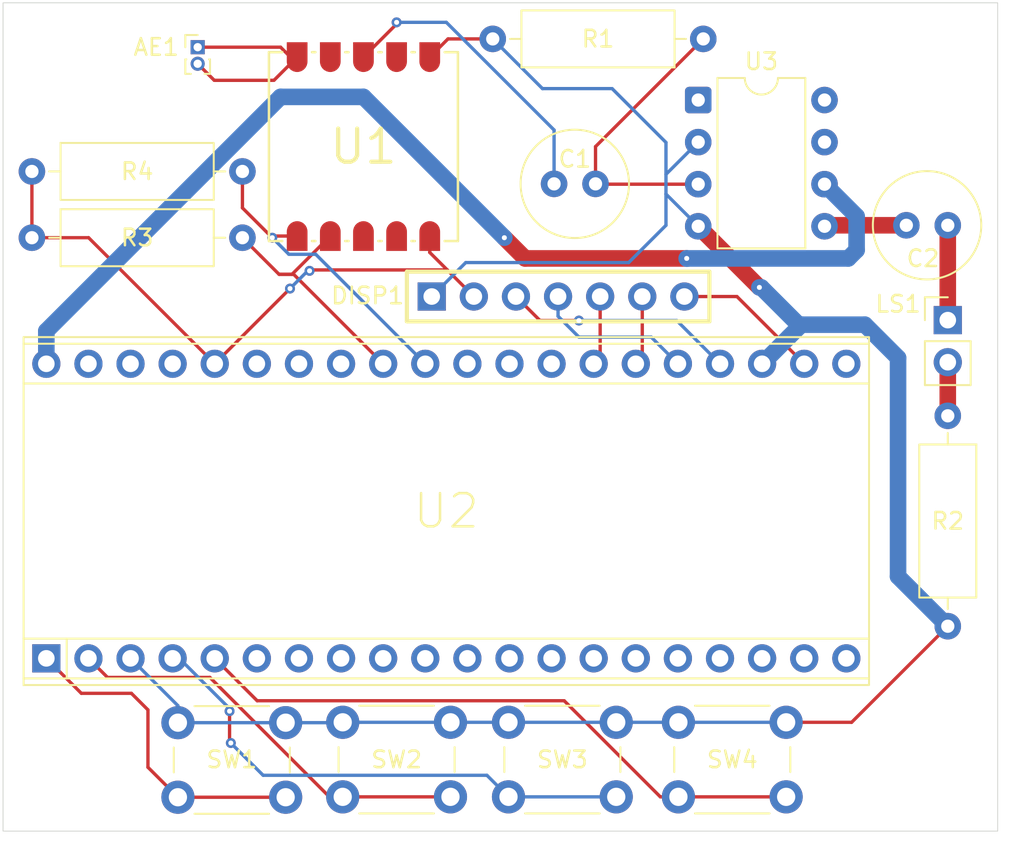
<source format=kicad_pcb>
(kicad_pcb (version 20241229) (generator "pcbnew") (generator_version "9.0")
  (title_block (title "ECE 299 Alarm Clock") (date "2025-06-24") (rev "1.0"))
  (layers (0 "F.Cu" signal) (2 "B.Cu" signal) (13 "F.Paste" user) (15 "B.Paste" user) (5 "F.SilkS" user "F.Silkscreen") (7 "B.SilkS" user "B.Silkscreen") (1 "F.Mask" user) (3 "B.Mask" user) (25 "Edge.Cuts" user))
  (net 0 "")
  (net 1 "Net-(U1-FMIN)")
  (net 2 "Net-(U3-+)")
  (net 3 "Net-(U1-LOUT)")
  (net 4 "Net-(C2-Pad2)")
  (net 5 "Net-(C2-Pad1)")
  (net 6 "GND")
  (net 7 "SDA")
  (net 8 "SCLK")
  (net 9 "DC")
  (net 10 "CS")
  (net 11 "+3.3V")
  (net 12 "RES")
  (net 13 "Net-(LS1-Pad2)")
  (net 14 "Net-(U1-SCLK)")
  (net 15 "Net-(U1-SDIO)")
  (net 16 "SW1")
  (net 17 "SW2")
  (net 18 "SW3")
  (net 19 "SW4")
  (net 26 "+5V")
  (footprint "MountingHole:MountingHole_3.2mm_M3" (layer "F.Cu") (at 90 115)
    (property "Reference" "REF**" (hide yes))
    (property "Value" "MountingHole_3.2mm_M3" (hide yes))
    (pad "" np_thru_hole circle (at 0 0) (size 3.2 3.2) (drill 3.2) (layers "*.Cu" "*.Mask"))
  )
  (footprint "Resistor_THT:R_Axial_DIN0309_L9.0mm_D3.2mm_P12.70mm_Horizontal" (layer "F.Cu") (at 88 83.5)
    (property "Reference" "R3" (at 6.35 0 0) (layer "F.SilkS"))
    (property "Value" "1k")
    (fp_line (start 1.04 0) (end 1.73 0) (stroke (width 0.12)) (layer "F.SilkS"))
    (fp_line (start 11.66 0) (end 10.97 0) (stroke (width 0.12)) (layer "F.SilkS"))
    (fp_rect (start 1.73 -1.72) (end 10.97 1.72) (stroke (width 0.12)) (fill no) (layer "F.SilkS"))
    (pad "1" thru_hole circle (at 0 0) (size 1.6 1.6) (drill 0.8) (layers "*.Cu" "*.Mask") (net 11 "+3.3V"))
    (pad "2" thru_hole circle (at 12.7 0) (size 1.6 1.6) (drill 0.8) (layers "*.Cu" "*.Mask") (net 14 "Net-(U1-SCLK)"))
  )
  (footprint "Connector_PinHeader_2.54mm:PinHeader_1x02_P2.54mm_Vertical" (layer "F.Cu") (at 143.25 88.475)
    (property "Reference" "LS1" (at -3 -0.975 0) (layer "F.SilkS"))
    (property "Value" "Speaker")
    (fp_line (start -1.38 -1.38) (end 0 -1.38) (stroke (width 0.12)) (layer "F.SilkS"))
    (fp_line (start -1.38 0) (end -1.38 -1.38) (stroke (width 0.12)) (layer "F.SilkS"))
    (fp_line (start -1.38 1.27) (end -1.38 3.92) (stroke (width 0.12)) (layer "F.SilkS"))
    (fp_line (start -1.38 1.27) (end 1.38 1.27) (stroke (width 0.12)) (layer "F.SilkS"))
    (fp_line (start -1.38 3.92) (end 1.38 3.92) (stroke (width 0.12)) (layer "F.SilkS"))
    (fp_line (start 1.38 1.27) (end 1.38 3.92) (stroke (width 0.12)) (layer "F.SilkS"))
    (pad "1" thru_hole rect (at 0 0) (size 1.7 1.7) (drill 1) (layers "*.Cu" "*.Mask") (net 4 "Net-(C2-Pad2)"))
    (pad "2" thru_hole circle (at 0 2.54) (size 1.7 1.7) (drill 1) (layers "*.Cu" "*.Mask") (net 13 "Net-(LS1-Pad2)"))
  )
  (footprint "Resistor_THT:R_Axial_DIN0309_L9.0mm_D3.2mm_P12.70mm_Horizontal" (layer "F.Cu") (at 143.25 94.25 -90)
    (property "Reference" "R2" (at 6.35 0 180) (layer "F.SilkS"))
    (property "Value" "8")
    (fp_line (start 1.04 0) (end 1.73 0) (stroke (width 0.12)) (layer "F.SilkS"))
    (fp_line (start 11.66 0) (end 10.97 0) (stroke (width 0.12)) (layer "F.SilkS"))
    (fp_rect (start 1.73 -1.72) (end 10.97 1.72) (stroke (width 0.12)) (fill no) (layer "F.SilkS"))
    (pad "1" thru_hole circle (at 0 0 270) (size 1.6 1.6) (drill 0.8) (layers "*.Cu" "*.Mask") (net 13 "Net-(LS1-Pad2)"))
    (pad "2" thru_hole circle (at 12.7 0 270) (size 1.6 1.6) (drill 0.8) (layers "*.Cu" "*.Mask") (net 6 "GND"))
  )
  (footprint "Button_Switch_THT:SW_PUSH_6mm_H4.3mm" (layer "F.Cu") (at 106.75 112.75)
    (property "Reference" "SW2" (at 3.25 2.25 0) (layer "F.SilkS"))
    (property "Value" "SW_Push_Dual")
    (fp_line (start -0.25 1.5) (end -0.25 3) (stroke (width 0.12)) (layer "F.SilkS"))
    (fp_line (start 1 5.5) (end 5.5 5.5) (stroke (width 0.12)) (layer "F.SilkS"))
    (fp_line (start 5.5 -1) (end 1 -1) (stroke (width 0.12)) (layer "F.SilkS"))
    (fp_line (start 6.75 3) (end 6.75 1.5) (stroke (width 0.12)) (layer "F.SilkS"))
    (pad "1" thru_hole circle (at 0 0 90) (size 2 2) (drill 1.1) (layers "*.Cu" "*.Mask") (net 6 "GND"))
    (pad "1" thru_hole circle (at 6.5 0 90) (size 2 2) (drill 1.1) (layers "*.Cu" "*.Mask") (net 6 "GND"))
    (pad "2" thru_hole circle (at 0 4.5 90) (size 2 2) (drill 1.1) (layers "*.Cu" "*.Mask") (net 17 "SW2"))
    (pad "2" thru_hole circle (at 6.5 4.5 90) (size 2 2) (drill 1.1) (layers "*.Cu" "*.Mask") (net 17 "SW2"))
  )
  (footprint "Capacitor_THT:C_Radial_D6.3mm_H11.0mm_P2.50mm" (layer "F.Cu") (at 119.5 80.25)
    (property "Reference" "C1" (at 1.25 -1.5 0) (layer "F.SilkS"))
    (property "Value" "470uF")
    (fp_circle (center 1.25 0) (end 4.52 0) (stroke (width 0.12)) (fill no) (layer "F.SilkS"))
    (pad "1" thru_hole circle (at 0 0) (size 1.6 1.6) (drill 0.8) (layers "*.Cu" "*.Mask") (net 3 "Net-(U1-LOUT)"))
    (pad "2" thru_hole circle (at 2.5 0) (size 1.6 1.6) (drill 0.8) (layers "*.Cu" "*.Mask") (net 2 "Net-(U3-+)"))
  )
  (footprint "MountingHole:MountingHole_3.2mm_M3" (layer "F.Cu") (at 142 115)
    (property "Reference" "REF**" (hide yes))
    (property "Value" "MountingHole_3.2mm_M3" (hide yes))
    (pad "" np_thru_hole circle (at 0 0) (size 3.2 3.2) (drill 3.2) (layers "*.Cu" "*.Mask"))
  )
  (footprint "Connector_PinHeader_1.00mm:PinHeader_1x02_P1.00mm_Vertical" (layer "F.Cu") (at 98 72)
    (property "Reference" "AE1" (at -2.5 0 0) (layer "F.SilkS"))
    (property "Value" "Antenna_Loop")
    (fp_line (start -0.745 -0.735) (end 0 -0.735) (stroke (width 0.12)) (layer "F.SilkS"))
    (fp_line (start -0.745 0) (end -0.745 -0.735) (stroke (width 0.12)) (layer "F.SilkS"))
    (fp_line (start -0.745 0.735) (end -0.745 1.61) (stroke (width 0.12)) (layer "F.SilkS"))
    (fp_line (start -0.745 0.735) (end -0.685565 0.735) (stroke (width 0.12)) (layer "F.SilkS"))
    (fp_line (start -0.745 1.61) (end -0.41003 1.61) (stroke (width 0.12)) (layer "F.SilkS"))
    (fp_line (start 0.41003 1.61) (end 0.745 1.61) (stroke (width 0.12)) (layer "F.SilkS"))
    (fp_line (start 0.685565 0.735) (end 0.745 0.735) (stroke (width 0.12)) (layer "F.SilkS"))
    (fp_line (start 0.745 0.735) (end 0.745 1.61) (stroke (width 0.12)) (layer "F.SilkS"))
    (pad "1" thru_hole rect (at 0 0) (size 0.85 0.85) (drill 0.5) (layers "*.Cu" "*.Mask") (net 1 "Net-(U1-FMIN)"))
    (pad "2" thru_hole circle (at 0 1) (size 0.85 0.85) (drill 0.5) (layers "*.Cu" "*.Mask") (net 1 "Net-(U1-FMIN)"))
  )
  (footprint "Package_DIP:DIP-8_W7.62mm" (layer "F.Cu") (at 128.195 75.19)
    (property "Reference" "U3" (at 3.81 -2.33 0) (layer "F.SilkS"))
    (property "Value" "LM386")
    (fp_line (start 1.16 -1.33) (end 1.16 8.95) (stroke (width 0.12)) (layer "F.SilkS"))
    (fp_line (start 1.16 8.95) (end 6.46 8.95) (stroke (width 0.12)) (layer "F.SilkS"))
    (fp_line (start 2.81 -1.33) (end 1.16 -1.33) (stroke (width 0.12)) (layer "F.SilkS"))
    (fp_line (start 6.46 -1.33) (end 4.81 -1.33) (stroke (width 0.12)) (layer "F.SilkS"))
    (fp_line (start 6.46 8.95) (end 6.46 -1.33) (stroke (width 0.12)) (layer "F.SilkS"))
    (fp_arc (start 4.81 -1.33) (mid 3.81 -0.33) (end 2.81 -1.33) (stroke (width 0.12)) (layer "F.SilkS"))
    (pad "1" thru_hole roundrect (at 0 0) (size 1.6 1.6) (drill 0.8) (layers "*.Cu" "*.Mask") (roundrect_rratio 0.15625))
    (pad "2" thru_hole circle (at 0 2.54) (size 1.6 1.6) (drill 0.8) (layers "*.Cu" "*.Mask") (net 6 "GND"))
    (pad "3" thru_hole circle (at 0 5.08) (size 1.6 1.6) (drill 0.8) (layers "*.Cu" "*.Mask") (net 2 "Net-(U3-+)"))
    (pad "4" thru_hole circle (at 0 7.62) (size 1.6 1.6) (drill 0.8) (layers "*.Cu" "*.Mask") (net 6 "GND"))
    (pad "5" thru_hole circle (at 7.62 7.62) (size 1.6 1.6) (drill 0.8) (layers "*.Cu" "*.Mask") (net 5 "Net-(C2-Pad1)"))
    (pad "6" thru_hole circle (at 7.62 5.08) (size 1.6 1.6) (drill 0.8) (layers "*.Cu" "*.Mask") (net 26 "+5V"))
    (pad "7" thru_hole circle (at 7.62 2.54) (size 1.6 1.6) (drill 0.8) (layers "*.Cu" "*.Mask"))
    (pad "8" thru_hole circle (at 7.62 0) (size 1.6 1.6) (drill 0.8) (layers "*.Cu" "*.Mask"))
  )
  (footprint "Resistor_THT:R_Axial_DIN0309_L9.0mm_D3.2mm_P12.70mm_Horizontal" (layer "F.Cu") (at 128.5 71.5 180)
    (property "Reference" "R1" (at 6.35 0 0) (layer "F.SilkS"))
    (property "Value" "1k")
    (fp_line (start 11.66 0) (end 10.97 0) (stroke (width 0.12)) (layer "F.SilkS"))
    (fp_line (start 1.04 0) (end 1.73 0) (stroke (width 0.12)) (layer "F.SilkS"))
    (fp_rect (start 1.73 -1.72) (end 10.97 1.72) (stroke (width 0.12)) (fill no) (layer "F.SilkS"))
    (pad "1" thru_hole circle (at 0 0 180) (size 1.6 1.6) (drill 0.8) (layers "*.Cu" "*.Mask") (net 2 "Net-(U3-+)"))
    (pad "2" thru_hole circle (at 12.7 0 180) (size 1.6 1.6) (drill 0.8) (layers "*.Cu" "*.Mask") (net 6 "GND"))
  )
  (footprint "MountingHole:MountingHole_3.2mm_M3" (layer "F.Cu") (at 142 74)
    (property "Reference" "REF**" (hide yes))
    (property "Value" "MountingHole_3.2mm_M3" (hide yes))
    (pad "" np_thru_hole circle (at 0 0) (size 3.2 3.2) (drill 3.2) (layers "*.Cu" "*.Mask"))
  )
  (footprint "MountingHole:MountingHole_3.2mm_M3" (layer "F.Cu") (at 90 74)
    (property "Reference" "REF**" (hide yes))
    (property "Value" "MountingHole_3.2mm_M3" (hide yes))
    (pad "" np_thru_hole circle (at 0 0) (size 3.2 3.2) (drill 3.2) (layers "*.Cu" "*.Mask"))
  )
  (footprint "Button_Switch_THT:SW_PUSH_6mm_H4.3mm" (layer "F.Cu") (at 116.75 112.75)
    (property "Reference" "SW3" (at 3.25 2.25 0) (layer "F.SilkS"))
    (property "Value" "SW_Push_Dual")
    (fp_line (start -0.25 1.5) (end -0.25 3) (stroke (width 0.12)) (layer "F.SilkS"))
    (fp_line (start 1 5.5) (end 5.5 5.5) (stroke (width 0.12)) (layer "F.SilkS"))
    (fp_line (start 5.5 -1) (end 1 -1) (stroke (width 0.12)) (layer "F.SilkS"))
    (fp_line (start 6.75 3) (end 6.75 1.5) (stroke (width 0.12)) (layer "F.SilkS"))
    (pad "1" thru_hole circle (at 0 0 90) (size 2 2) (drill 1.1) (layers "*.Cu" "*.Mask") (net 6 "GND"))
    (pad "1" thru_hole circle (at 6.5 0 90) (size 2 2) (drill 1.1) (layers "*.Cu" "*.Mask") (net 6 "GND"))
    (pad "2" thru_hole circle (at 0 4.5 90) (size 2 2) (drill 1.1) (layers "*.Cu" "*.Mask") (net 18 "SW3"))
    (pad "2" thru_hole circle (at 6.5 4.5 90) (size 2 2) (drill 1.1) (layers "*.Cu" "*.Mask") (net 18 "SW3"))
  )
  (footprint "Button_Switch_THT:SW_PUSH_6mm_H4.3mm" (layer "F.Cu") (at 96.80795 112.772844)
    (property "Reference" "SW1" (at 3.25 2.227156 0) (layer "F.SilkS"))
    (property "Value" "SW_Push_Dual")
    (fp_line (start -0.25 1.5) (end -0.25 3) (stroke (width 0.12)) (layer "F.SilkS"))
    (fp_line (start 1 5.5) (end 5.5 5.5) (stroke (width 0.12)) (layer "F.SilkS"))
    (fp_line (start 5.5 -1) (end 1 -1) (stroke (width 0.12)) (layer "F.SilkS"))
    (fp_line (start 6.75 3) (end 6.75 1.5) (stroke (width 0.12)) (layer "F.SilkS"))
    (pad "1" thru_hole circle (at 0 0 90) (size 2 2) (drill 1.1) (layers "*.Cu" "*.Mask") (net 6 "GND"))
    (pad "1" thru_hole circle (at 6.5 0 90) (size 2 2) (drill 1.1) (layers "*.Cu" "*.Mask") (net 6 "GND"))
    (pad "2" thru_hole circle (at 0 4.5 90) (size 2 2) (drill 1.1) (layers "*.Cu" "*.Mask") (net 16 "SW1"))
    (pad "2" thru_hole circle (at 6.5 4.5 90) (size 2 2) (drill 1.1) (layers "*.Cu" "*.Mask") (net 16 "SW1"))
  )
  (footprint "ECE:RDA5807M_Module_SM" (layer "F.Cu") (at 108 78 90)
    (property "Reference" "U1" (at 0 0 0) (layer "F.SilkS") (effects (font (size 2 2) (thickness 0.25))))
    (property "Value" "RDA5807M_Module")
    (fp_line (start 5.7 -5.7) (end 5.7 -4.9) (stroke (width 0.15)) (layer "F.SilkS"))
    (fp_line (start -5.7 -5.7) (end 5.7 -5.7) (stroke (width 0.15)) (layer "F.SilkS"))
    (fp_line (start -5.7 -5.7) (end -5.7 -4.9) (stroke (width 0.15)) (layer "F.SilkS"))
    (fp_line (start 5.7 -3.1) (end 5.7 -2.9) (stroke (width 0.15)) (layer "F.SilkS"))
    (fp_line (start -5.7 -3.1) (end -5.7 -2.9) (stroke (width 0.15)) (layer "F.SilkS"))
    (fp_line (start 5.7 -1.1) (end 5.7 -0.9) (stroke (width 0.15)) (layer "F.SilkS"))
    (fp_line (start -5.7 -1.1) (end -5.7 -0.9) (stroke (width 0.15)) (layer "F.SilkS"))
    (fp_line (start 5.7 0.9) (end 5.7 1.1) (stroke (width 0.15)) (layer "F.SilkS"))
    (fp_line (start -5.7 0.9) (end -5.7 1.1) (stroke (width 0.15)) (layer "F.SilkS"))
    (fp_line (start 5.7 2.9) (end 5.7 3.1) (stroke (width 0.15)) (layer "F.SilkS"))
    (fp_line (start -5.7 2.9) (end -5.7 3.1) (stroke (width 0.15)) (layer "F.SilkS"))
    (fp_line (start 5.7 4.9) (end 5.7 5.7) (stroke (width 0.15)) (layer "F.SilkS"))
    (fp_line (start -5.7 4.9) (end -5.7 5.7) (stroke (width 0.15)) (layer "F.SilkS"))
    (fp_line (start -5.7 5.7) (end 5.7 5.7) (stroke (width 0.15)) (layer "F.SilkS"))
    (pad "1" smd roundrect (at -5.4 -4 90) (size 1.8 1.25) (layers "F.Cu" "F.Mask" "F.Paste") (roundrect_rratio 0.5) (chamfer_ratio 0) (chamfer top_left bottom_left) (net 15 "Net-(U1-SDIO)"))
    (pad "2" smd roundrect (at -5.4 -2 90) (size 1.8 1.25) (layers "F.Cu" "F.Mask" "F.Paste") (roundrect_rratio 0.5) (chamfer_ratio 0) (chamfer top_left bottom_left) (net 14 "Net-(U1-SCLK)"))
    (pad "3" smd roundrect (at -5.4 0 90) (size 1.8 1.25) (layers "F.Cu" "F.Mask" "F.Paste") (roundrect_rratio 0.5) (chamfer_ratio 0) (chamfer top_left bottom_left))
    (pad "4" smd roundrect (at -5.4 2 90) (size 1.8 1.25) (layers "F.Cu" "F.Mask" "F.Paste") (roundrect_rratio 0.5) (chamfer_ratio 0) (chamfer top_left bottom_left))
    (pad "5" smd roundrect (at -5.4 4 90) (size 1.8 1.25) (layers "F.Cu" "F.Mask" "F.Paste") (roundrect_rratio 0.5) (chamfer_ratio 0) (chamfer top_left bottom_left) (net 11 "+3.3V"))
    (pad "6" smd roundrect (at 5.4 4 270) (size 1.8 1.25) (layers "F.Cu" "F.Mask" "F.Paste") (roundrect_rratio 0.5) (chamfer_ratio 0) (chamfer top_left bottom_left) (net 6 "GND"))
    (pad "7" smd roundrect (at 5.4 2 270) (size 1.8 1.25) (layers "F.Cu" "F.Mask" "F.Paste") (roundrect_rratio 0.5) (chamfer_ratio 0) (chamfer top_left bottom_left))
    (pad "8" smd roundrect (at 5.4 0 270) (size 1.8 1.25) (layers "F.Cu" "F.Mask" "F.Paste") (roundrect_rratio 0.5) (chamfer_ratio 0) (chamfer top_left bottom_left) (net 3 "Net-(U1-LOUT)"))
    (pad "9" smd roundrect (at 5.4 -2 270) (size 1.8 1.25) (layers "F.Cu" "F.Mask" "F.Paste") (roundrect_rratio 0.5) (chamfer_ratio 0) (chamfer top_left bottom_left))
    (pad "10" smd roundrect (at 5.4 -4 270) (size 1.8 1.25) (layers "F.Cu" "F.Mask" "F.Paste") (roundrect_rratio 0.5) (chamfer_ratio 0) (chamfer top_left bottom_left) (net 1 "Net-(U1-FMIN)"))
  )
  (footprint "Capacitor_THT:C_Radial_D6.3mm_H11.0mm_P2.50mm" (layer "F.Cu") (at 140.75 82.75)
    (property "Reference" "C2" (at 1 2 0) (layer "F.SilkS"))
    (property "Value" "470uF")
    (fp_circle (center 1.25 0) (end 4.52 0) (stroke (width 0.12)) (fill no) (layer "F.SilkS"))
    (pad "1" thru_hole circle (at 0 0) (size 1.6 1.6) (drill 0.8) (layers "*.Cu" "*.Mask") (net 5 "Net-(C2-Pad1)"))
    (pad "2" thru_hole circle (at 2.5 0) (size 1.6 1.6) (drill 0.8) (layers "*.Cu" "*.Mask") (net 4 "Net-(C2-Pad2)"))
  )
  (footprint "ECE:RPi_Pico_TH" (layer "F.Cu") (at 113 100 90)
    (property "Reference" "U2" (at 0 0 0) (layer "F.SilkS") (effects (font (size 2 2))))
    (property "Value" "RPi_Pico_TH")
    (fp_line (start 10.1 -25.5) (end 10.1 25.5) (stroke (width 0.12)) (layer "F.SilkS"))
    (fp_line (start 7.7 -25.5) (end 7.7 25.5) (stroke (width 0.12)) (layer "F.SilkS"))
    (fp_line (start -7.7 -25.5) (end -7.7 25.5) (stroke (width 0.12)) (layer "F.SilkS"))
    (fp_line (start -10.1 -25.5) (end -10.1 25.5) (stroke (width 0.12)) (layer "F.SilkS"))
    (fp_line (start -10.1 -22.9) (end -7.7 -22.9) (stroke (width 0.12)) (layer "F.SilkS"))
    (fp_rect (start -10.5 -25.5) (end 10.5 25.5) (stroke (width 0.12)) (fill no) (layer "F.SilkS"))
    (pad "1" thru_hole rect (at -8.89 -24.13 90) (size 1.7 1.7) (drill 1) (layers "*.Cu" "*.Mask") (net 16 "SW1"))
    (pad "2" thru_hole circle (at -8.89 -21.59 90) (size 1.7 1.7) (drill 1) (layers "*.Cu" "*.Mask") (net 17 "SW2"))
    (pad "3" thru_hole circle (at -8.89 -19.05 90) (size 1.7 1.7) (drill 1) (layers "*.Cu" "*.Mask") (net 6 "GND"))
    (pad "4" thru_hole circle (at -8.89 -16.51 90) (size 1.7 1.7) (drill 1) (layers "*.Cu" "*.Mask") (net 18 "SW3"))
    (pad "5" thru_hole circle (at -8.89 -13.97 90) (size 1.7 1.7) (drill 1) (layers "*.Cu" "*.Mask") (net 19 "SW4"))
    (pad "6" thru_hole circle (at -8.89 -11.43 90) (size 1.7 1.7) (drill 1) (layers "*.Cu" "*.Mask"))
    (pad "7" thru_hole circle (at -8.89 -8.89 90) (size 1.7 1.7) (drill 1) (layers "*.Cu" "*.Mask"))
    (pad "8" thru_hole circle (at -8.89 -6.35 90) (size 1.7 1.7) (drill 1) (layers "*.Cu" "*.Mask"))
    (pad "9" thru_hole circle (at -8.89 -3.81 90) (size 1.7 1.7) (drill 1) (layers "*.Cu" "*.Mask"))
    (pad "10" thru_hole circle (at -8.89 -1.27 90) (size 1.7 1.7) (drill 1) (layers "*.Cu" "*.Mask"))
    (pad "11" thru_hole circle (at -8.89 1.27 90) (size 1.7 1.7) (drill 1) (layers "*.Cu" "*.Mask"))
    (pad "12" thru_hole circle (at -8.89 3.81 90) (size 1.7 1.7) (drill 1) (layers "*.Cu" "*.Mask"))
    (pad "13" thru_hole circle (at -8.89 6.35 90) (size 1.7 1.7) (drill 1) (layers "*.Cu" "*.Mask"))
    (pad "14" thru_hole circle (at -8.89 8.89 90) (size 1.7 1.7) (drill 1) (layers "*.Cu" "*.Mask"))
    (pad "15" thru_hole circle (at -8.89 11.43 90) (size 1.7 1.7) (drill 1) (layers "*.Cu" "*.Mask"))
    (pad "16" thru_hole circle (at -8.89 13.97 90) (size 1.7 1.7) (drill 1) (layers "*.Cu" "*.Mask"))
    (pad "17" thru_hole circle (at -8.89 16.51 90) (size 1.7 1.7) (drill 1) (layers "*.Cu" "*.Mask"))
    (pad "18" thru_hole circle (at -8.89 19.05 90) (size 1.7 1.7) (drill 1) (layers "*.Cu" "*.Mask"))
    (pad "19" thru_hole circle (at -8.89 21.59 90) (size 1.7 1.7) (drill 1) (layers "*.Cu" "*.Mask"))
    (pad "20" thru_hole circle (at -8.89 24.13 90) (size 1.7 1.7) (drill 1) (layers "*.Cu" "*.Mask"))
    (pad "21" thru_hole circle (at 8.89 24.13 90) (size 1.7 1.7) (drill 1) (layers "*.Cu" "*.Mask"))
    (pad "22" thru_hole circle (at 8.89 21.59 90) (size 1.7 1.7) (drill 1) (layers "*.Cu" "*.Mask") (net 10 "CS"))
    (pad "23" thru_hole circle (at 8.89 19.05 90) (size 1.7 1.7) (drill 1) (layers "*.Cu" "*.Mask") (net 6 "GND"))
    (pad "24" thru_hole circle (at 8.89 16.51 90) (size 1.7 1.7) (drill 1) (layers "*.Cu" "*.Mask") (net 8 "SCLK"))
    (pad "25" thru_hole circle (at 8.89 13.97 90) (size 1.7 1.7) (drill 1) (layers "*.Cu" "*.Mask") (net 7 "SDA"))
    (pad "26" thru_hole circle (at 8.89 11.43 90) (size 1.7 1.7) (drill 1) (layers "*.Cu" "*.Mask") (net 9 "DC"))
    (pad "27" thru_hole circle (at 8.89 8.89 90) (size 1.7 1.7) (drill 1) (layers "*.Cu" "*.Mask") (net 12 "RES"))
    (pad "28" thru_hole circle (at 8.89 6.35 90) (size 1.7 1.7) (drill 1) (layers "*.Cu" "*.Mask"))
    (pad "29" thru_hole circle (at 8.89 3.81 90) (size 1.7 1.7) (drill 1) (layers "*.Cu" "*.Mask"))
    (pad "30" thru_hole circle (at 8.89 1.27 90) (size 1.7 1.7) (drill 1) (layers "*.Cu" "*.Mask"))
    (pad "31" thru_hole circle (at 8.89 -1.27 90) (size 1.7 1.7) (drill 1) (layers "*.Cu" "*.Mask") (net 15 "Net-(U1-SDIO)"))
    (pad "32" thru_hole circle (at 8.89 -3.81 90) (size 1.7 1.7) (drill 1) (layers "*.Cu" "*.Mask") (net 14 "Net-(U1-SCLK)"))
    (pad "33" thru_hole circle (at 8.89 -6.35 90) (size 1.7 1.7) (drill 1) (layers "*.Cu" "*.Mask"))
    (pad "34" thru_hole circle (at 8.89 -8.89 90) (size 1.7 1.7) (drill 1) (layers "*.Cu" "*.Mask"))
    (pad "35" thru_hole circle (at 8.89 -11.43 90) (size 1.7 1.7) (drill 1) (layers "*.Cu" "*.Mask"))
    (pad "36" thru_hole circle (at 8.89 -13.97 90) (size 1.7 1.7) (drill 1) (layers "*.Cu" "*.Mask") (net 11 "+3.3V"))
    (pad "37" thru_hole circle (at 8.89 -16.51 90) (size 1.7 1.7) (drill 1) (layers "*.Cu" "*.Mask"))
    (pad "38" thru_hole circle (at 8.89 -19.05 90) (size 1.7 1.7) (drill 1) (layers "*.Cu" "*.Mask"))
    (pad "39" thru_hole circle (at 8.89 -21.59 90) (size 1.7 1.7) (drill 1) (layers "*.Cu" "*.Mask"))
    (pad "40" thru_hole circle (at 8.89 -24.13 90) (size 1.7 1.7) (drill 1) (layers "*.Cu" "*.Mask") (net 26 "+5V"))
  )
  (footprint "Resistor_THT:R_Axial_DIN0309_L9.0mm_D3.2mm_P12.70mm_Horizontal" (layer "F.Cu") (at 88 79.5)
    (property "Reference" "R4" (at 6.35 0 0) (layer "F.SilkS"))
    (property "Value" "1k")
    (fp_line (start 1.04 0) (end 1.73 0) (stroke (width 0.12)) (layer "F.SilkS"))
    (fp_line (start 11.66 0) (end 10.97 0) (stroke (width 0.12)) (layer "F.SilkS"))
    (fp_rect (start 1.73 -1.72) (end 10.97 1.72) (stroke (width 0.12)) (fill no) (layer "F.SilkS"))
    (pad "1" thru_hole circle (at 0 0) (size 1.6 1.6) (drill 0.8) (layers "*.Cu" "*.Mask") (net 11 "+3.3V"))
    (pad "2" thru_hole circle (at 12.7 0) (size 1.6 1.6) (drill 0.8) (layers "*.Cu" "*.Mask") (net 15 "Net-(U1-SDIO)"))
  )
  (footprint "ECE:OLED_Display_1.3" (layer "F.Cu") (at 102 119)
    (property "Reference" "DISP1" (at 6.25 -32 0) (layer "F.SilkS"))
    (property "Value" "OLED Display")
    (fp_line (start 8.62 -33.45) (end 8.62 -30.45) (stroke (width 0.25)) (layer "F.SilkS"))
    (fp_line (start 26.87 -33.45) (end 8.62 -33.45) (stroke (width 0.25)) (layer "F.SilkS"))
    (fp_line (start 26.87 -33.45) (end 26.87 -30.45) (stroke (width 0.25)) (layer "F.SilkS"))
    (fp_line (start 26.87 -30.45) (end 8.62 -30.45) (stroke (width 0.25)) (layer "F.SilkS"))
    (pad "1" thru_hole rect (at 10.12 -31.95 270) (size 1.7 1.7) (drill 1) (layers "*.Cu" "*.Mask") (net 6 "GND"))
    (pad "2" thru_hole circle (at 12.66 -31.95 270) (size 1.7 1.7) (drill 1) (layers "*.Cu" "*.Mask") (net 11 "+3.3V"))
    (pad "3" thru_hole circle (at 15.2 -31.95 270) (size 1.7 1.7) (drill 1) (layers "*.Cu" "*.Mask") (net 8 "SCLK"))
    (pad "4" thru_hole circle (at 17.74 -31.95 270) (size 1.7 1.7) (drill 1) (layers "*.Cu" "*.Mask") (net 7 "SDA"))
    (pad "5" thru_hole circle (at 20.28 -31.95 270) (size 1.7 1.7) (drill 1) (layers "*.Cu" "*.Mask") (net 12 "RES"))
    (pad "6" thru_hole circle (at 22.82 -31.95 270) (size 1.7 1.7) (drill 1) (layers "*.Cu" "*.Mask") (net 9 "DC"))
    (pad "7" thru_hole circle (at 25.36 -31.95 270) (size 1.7 1.7) (drill 1) (layers "*.Cu" "*.Mask") (net 10 "CS"))
  )
  (footprint "Button_Switch_THT:SW_PUSH_6mm_H4.3mm" (layer "F.Cu") (at 127 112.75)
    (property "Reference" "SW4" (at 3.25 2.25 0) (layer "F.SilkS"))
    (property "Value" "SW_Push_Dual")
    (fp_line (start -0.25 1.5) (end -0.25 3) (stroke (width 0.12)) (layer "F.SilkS"))
    (fp_line (start 1 5.5) (end 5.5 5.5) (stroke (width 0.12)) (layer "F.SilkS"))
    (fp_line (start 5.5 -1) (end 1 -1) (stroke (width 0.12)) (layer "F.SilkS"))
    (fp_line (start 6.75 3) (end 6.75 1.5) (stroke (width 0.12)) (layer "F.SilkS"))
    (pad "1" thru_hole circle (at 0 0 90) (size 2 2) (drill 1.1) (layers "*.Cu" "*.Mask") (net 6 "GND"))
    (pad "1" thru_hole circle (at 6.5 0 90) (size 2 2) (drill 1.1) (layers "*.Cu" "*.Mask") (net 6 "GND"))
    (pad "2" thru_hole circle (at 0 4.5 90) (size 2 2) (drill 1.1) (layers "*.Cu" "*.Mask") (net 19 "SW4"))
    (pad "2" thru_hole circle (at 6.5 4.5 90) (size 2 2) (drill 1.1) (layers "*.Cu" "*.Mask") (net 19 "SW4"))
  )
  (gr_rect (start 86.26 69.32) (end 146.26 119.32) (stroke (width 0.05)) (fill no) (layer "Edge.Cuts"))
  (segment (start 102.6 74) (end 99 74) (width 0.2) (layer "F.Cu") (net 1))
  (segment (start 103 72) (end 98 72) (width 0.2) (layer "F.Cu") (net 1))
  (segment (start 99 74) (end 98 73) (width 0.2) (layer "F.Cu") (net 1))
  (segment (start 103.6 72.6) (end 103 72) (width 0.2) (layer "F.Cu") (net 1))
  (segment (start 104 72.6) (end 103.6 72.6) (width 0.2) (layer "F.Cu") (net 1))
  (segment (start 104 72.6) (end 102.6 74) (width 0.2) (layer "F.Cu") (net 1))
  (segment (start 122 78) (end 128.5 71.5) (width 0.2) (layer "F.Cu") (net 2))
  (segment (start 127.925 80) (end 128.195 80.27) (width 0.2) (layer "F.Cu") (net 2))
  (segment (start 128.195 80.27) (end 122.02 80.27) (width 0.2) (layer "F.Cu") (net 2))
  (segment (start 122.02 80.27) (end 122 80.25) (width 0.2) (layer "F.Cu") (net 2))
  (segment (start 122 80.25) (end 122 78) (width 0.2) (layer "F.Cu") (net 2))
  (segment (start 127.925 80) (end 128.195 80.27) (width 0.2) (layer "B.Cu") (net 2))
  (segment (start 110 70.6) (end 108 72.6) (width 0.2) (layer "F.Cu") (net 3))
  (segment (start 110 70.5) (end 110 70.6) (width 0.2) (layer "F.Cu") (net 3))
  (via (at 110 70.5) (size 0.6) (drill 0.3) (layers "F.Cu" "B.Cu") (net 3))
  (segment (start 113 70.5) (end 119.5 77) (width 0.2) (layer "B.Cu") (net 3))
  (segment (start 110 70.5) (end 113 70.5) (width 0.2) (layer "B.Cu") (net 3))
  (segment (start 119.5 80.25) (end 119.5 77) (width 0.2) (layer "B.Cu") (net 3))
  (segment (start 143.25 82.75) (end 143.25 88.475) (width 1) (layer "F.Cu") (net 4))
  (segment (start 135.815 82.81) (end 135.875 82.75) (width 1) (layer "F.Cu") (net 5))
  (segment (start 135.875 82.75) (end 140.75 82.75) (width 1) (layer "F.Cu") (net 5))
  (segment (start 112 72.6) (end 113.1 71.5) (width 0.2) (layer "F.Cu") (net 6))
  (segment (start 131.885 86.5) (end 128.195 82.81) (width 1) (layer "F.Cu") (net 6))
  (segment (start 113.1 71.5) (end 115.8 71.5) (width 0.2) (layer "F.Cu") (net 6))
  (segment (start 133.5 112.75) (end 137.45 112.75) (width 0.2) (layer "F.Cu") (net 6))
  (segment (start 137.45 112.75) (end 143.25 106.95) (width 0.2) (layer "F.Cu") (net 6))
  (via (at 131.885 86.5) (size 0.6) (drill 0.3) (layers "F.Cu" "B.Cu") (net 6))
  (segment (start 114.17 85) (end 112.12 87.05) (width 0.2) (layer "B.Cu") (net 6))
  (segment (start 138.25 88.75) (end 140.25 90.75) (width 1) (layer "B.Cu") (net 6))
  (segment (start 106.727156 112.772844) (end 106.75 112.75) (width 0.2) (layer "B.Cu") (net 6))
  (segment (start 124 85) (end 114.17 85) (width 0.2) (layer "B.Cu") (net 6))
  (segment (start 103.30795 112.772844) (end 106.727156 112.772844) (width 0.2) (layer "B.Cu") (net 6))
  (segment (start 128.195 77.73) (end 126.25 79.675) (width 0.2) (layer "B.Cu") (net 6))
  (segment (start 131.885 86.5) (end 132 86.5) (width 1) (layer "B.Cu") (net 6))
  (segment (start 118.8 74.5) (end 115.8 71.5) (width 0.2) (layer "B.Cu") (net 6))
  (segment (start 134.25 88.75) (end 134.41 88.75) (width 1) (layer "B.Cu") (net 6))
  (segment (start 106.75 112.75) (end 113.25 112.75) (width 0.2) (layer "B.Cu") (net 6))
  (segment (start 126.25 82.75) (end 124 85) (width 0.2) (layer "B.Cu") (net 6))
  (segment (start 140.25 90.75) (end 140.25 103.95) (width 1) (layer "B.Cu") (net 6))
  (segment (start 96.80795 112.772844) (end 103.30795 112.772844) (width 0.2) (layer "B.Cu") (net 6))
  (segment (start 116.75 112.75) (end 123.25 112.75) (width 0.2) (layer "B.Cu") (net 6))
  (segment (start 133.66 89.5) (end 134.41 88.75) (width 1) (layer "B.Cu") (net 6))
  (segment (start 134.41 88.75) (end 138.25 88.75) (width 1) (layer "B.Cu") (net 6))
  (segment (start 126.25 77.75) (end 123 74.5) (width 0.2) (layer "B.Cu") (net 6))
  (segment (start 123 74.5) (end 118.8 74.5) (width 0.2) (layer "B.Cu") (net 6))
  (segment (start 123.25 112.75) (end 127 112.75) (width 0.2) (layer "B.Cu") (net 6))
  (segment (start 127 112.75) (end 133.5 112.75) (width 0.2) (layer "B.Cu") (net 6))
  (segment (start 132.05 91.11) (end 133.66 89.5) (width 1) (layer "B.Cu") (net 6))
  (segment (start 126.25 80.865) (end 126.25 82.75) (width 0.2) (layer "B.Cu") (net 6))
  (segment (start 140.25 103.95) (end 143.25 106.95) (width 1) (layer "B.Cu") (net 6))
  (segment (start 132 86.5) (end 134.25 88.75) (width 1) (layer "B.Cu") (net 6))
  (segment (start 126.25 80.865) (end 126.25 77.75) (width 0.2) (layer "B.Cu") (net 6))
  (segment (start 113.25 112.75) (end 116.75 112.75) (width 0.2) (layer "B.Cu") (net 6))
  (segment (start 96.80795 111.74795) (end 96.80795 112.772844) (width 0.2) (layer "B.Cu") (net 6))
  (segment (start 126.25 80.865) (end 128.195 82.81) (width 0.2) (layer "B.Cu") (net 6))
  (segment (start 93.95 108.89) (end 96.80795 111.74795) (width 0.2) (layer "B.Cu") (net 6))
  (segment (start 121 89.5) (end 125.36 89.5) (width 0.2) (layer "B.Cu") (net 7))
  (segment (start 119.74 87.05) (end 119.74 88.24) (width 0.2) (layer "B.Cu") (net 7))
  (segment (start 119.74 88.24) (end 121 89.5) (width 0.2) (layer "B.Cu") (net 7))
  (segment (start 125.36 89.5) (end 126.97 91.11) (width 0.2) (layer "B.Cu") (net 7))
  (segment (start 118.65 88.5) (end 117.2 87.05) (width 0.2) (layer "F.Cu") (net 8))
  (segment (start 121 88.5) (end 118.65 88.5) (width 0.2) (layer "F.Cu") (net 8))
  (via (at 121 88.5) (size 0.6) (drill 0.3) (layers "F.Cu" "B.Cu") (net 8))
  (segment (start 126.9 88.5) (end 121 88.5) (width 0.2) (layer "B.Cu") (net 8))
  (segment (start 129.51 91.11) (end 126.9 88.5) (width 0.2) (layer "B.Cu") (net 8))
  (segment (start 124.82 87.05) (end 124.82 90.72) (width 0.2) (layer "F.Cu") (net 9))
  (segment (start 124.82 90.72) (end 124.43 91.11) (width 0.2) (layer "F.Cu") (net 9))
  (segment (start 127.36 87.05) (end 130.53 87.05) (width 0.2) (layer "F.Cu") (net 10))
  (segment (start 130.53 87.05) (end 134.59 91.11) (width 0.2) (layer "F.Cu") (net 10))
  (segment (start 91.42 83.5) (end 88 83.5) (width 0.2) (layer "F.Cu") (net 11))
  (segment (start 112 83.4) (end 112 84.39) (width 0.2) (layer "F.Cu") (net 11))
  (segment (start 99.03 91.11) (end 91.42 83.5) (width 0.2) (layer "F.Cu") (net 11))
  (segment (start 88 83.5) (end 88 79.5) (width 0.2) (layer "F.Cu") (net 11))
  (segment (start 104.749265 85.499265) (end 104.80353 85.445) (width 0.2) (layer "F.Cu") (net 11))
  (segment (start 104.80353 85.445) (end 113.055 85.445) (width 0.2) (layer "F.Cu") (net 11))
  (segment (start 103.57 86.57) (end 99.03 91.11) (width 0.2) (layer "F.Cu") (net 11))
  (segment (start 112 84.39) (end 113.055 85.445) (width 0.2) (layer "F.Cu") (net 11))
  (segment (start 113.055 85.445) (end 114.66 87.05) (width 0.2) (layer "F.Cu") (net 11))
  (via (at 104.749265 85.499265) (size 0.6) (drill 0.3) (layers "F.Cu" "B.Cu") (net 11))
  (via (at 103.57 86.57) (size 0.6) (drill 0.3) (layers "F.Cu" "B.Cu") (net 11))
  (segment (start 104.640735 85.499265) (end 103.57 86.57) (width 0.2) (layer "B.Cu") (net 11))
  (segment (start 104.749265 85.499265) (end 104.640735 85.499265) (width 0.2) (layer "B.Cu") (net 11))
  (segment (start 122.28 87.05) (end 122.28 90.72) (width 0.2) (layer "F.Cu") (net 12))
  (segment (start 122.28 90.72) (end 121.89 91.11) (width 0.2) (layer "F.Cu") (net 12))
  (segment (start 143.25 91.015) (end 143.25 94.25) (width 1) (layer "F.Cu") (net 13))
  (segment (start 100.7 83.5) (end 101.801 84.601) (width 0.2) (layer "F.Cu") (net 14))
  (segment (start 101.801 84.601) (end 102.91 85.71) (width 0.2) (layer "F.Cu") (net 14))
  (segment (start 102.91 85.71) (end 103.79 85.71) (width 0.2) (layer "F.Cu") (net 14))
  (segment (start 102.91 85.71) (end 103.69 85.71) (width 0.2) (layer "F.Cu") (net 14))
  (segment (start 103.69 85.71) (end 106 83.4) (width 0.2) (layer "F.Cu") (net 14))
  (segment (start 103.79 85.71) (end 109.19 91.11) (width 0.2) (layer "F.Cu") (net 14))
  (segment (start 102.5 83.5) (end 100.7 81.7) (width 0.2) (layer "F.Cu") (net 15))
  (segment (start 103.9 83.5) (end 104 83.4) (width 0.2) (layer "F.Cu") (net 15))
  (segment (start 102.6 83.4) (end 102.5 83.5) (width 0.2) (layer "F.Cu") (net 15))
  (segment (start 100.7 81.7) (end 100.7 79.5) (width 0.2) (layer "F.Cu") (net 15))
  (segment (start 104 82.8) (end 104 83.4) (width 0.2) (layer "F.Cu") (net 15))
  (segment (start 104 83.4) (end 102.6 83.4) (width 0.2) (layer "F.Cu") (net 15))
  (via (at 102.5 83.5) (size 0.6) (drill 0.3) (layers "F.Cu" "B.Cu") (net 15))
  (segment (start 105.12 84.5) (end 103.5 84.5) (width 0.2) (layer "B.Cu") (net 15))
  (segment (start 111.73 91.11) (end 105.12 84.5) (width 0.2) (layer "B.Cu") (net 15))
  (segment (start 103.5 84.5) (end 102.5 83.5) (width 0.2) (layer "B.Cu") (net 15))
  (segment (start 96.80795 117.272844) (end 103.30795 117.272844) (width 0.2) (layer "F.Cu") (net 16))
  (segment (start 95 115.464894) (end 96.80795 117.272844) (width 0.2) (layer "F.Cu") (net 16))
  (segment (start 95 112) (end 95 115.464894) (width 0.2) (layer "F.Cu") (net 16))
  (segment (start 88.87 108.89) (end 90.98 111) (width 0.2) (layer "F.Cu") (net 16))
  (segment (start 94 111) (end 95 112) (width 0.2) (layer "F.Cu") (net 16))
  (segment (start 90.98 111) (end 94 111) (width 0.2) (layer "F.Cu") (net 16))
  (segment (start 105.945214 117.25) (end 106.75 117.25) (width 0.2) (layer "F.Cu") (net 17))
  (segment (start 98.736214 110.041) (end 105.945214 117.25) (width 0.2) (layer "F.Cu") (net 17))
  (segment (start 106.75 117.25) (end 113.25 117.25) (width 0.2) (layer "F.Cu") (net 17))
  (segment (start 91.41 108.89) (end 92.561 110.041) (width 0.2) (layer "F.Cu") (net 17))
  (segment (start 92.561 110.041) (end 98.736214 110.041) (width 0.2) (layer "F.Cu") (net 17))
  (segment (start 99.923342 113.923342) (end 100 114) (width 0.2) (layer "F.Cu") (net 18))
  (segment (start 99.923342 112.076658) (end 99.923342 113.923342) (width 0.2) (layer "F.Cu") (net 18))
  (via (at 100 114) (size 0.6) (drill 0.3) (layers "F.Cu" "B.Cu") (net 18))
  (via (at 99.923342 112.076658) (size 0.6) (drill 0.3) (layers "F.Cu" "B.Cu") (net 18))
  (segment (start 116.75 117.25) (end 123.25 117.25) (width 0.2) (layer "B.Cu") (net 18))
  (segment (start 99.923342 111.923342) (end 99.923342 112.076658) (width 0.2) (layer "B.Cu") (net 18))
  (segment (start 101.949 115.949) (end 115.449 115.949) (width 0.2) (layer "B.Cu") (net 18))
  (segment (start 96.89 108.89) (end 99.923342 111.923342) (width 0.2) (layer "B.Cu") (net 18))
  (segment (start 115.449 115.949) (end 116.75 117.25) (width 0.2) (layer "B.Cu") (net 18))
  (segment (start 96.49 108.89) (end 96.89 108.89) (width 0.2) (layer "B.Cu") (net 18))
  (segment (start 100 114) (end 101.949 115.949) (width 0.2) (layer "B.Cu") (net 18))
  (segment (start 99.03 108.89) (end 101.589 111.449) (width 0.2) (layer "F.Cu") (net 19))
  (segment (start 120.109108 111.449) (end 125.910108 117.25) (width 0.2) (layer "F.Cu") (net 19))
  (segment (start 127 117.25) (end 133.5 117.25) (width 0.2) (layer "F.Cu") (net 19))
  (segment (start 125.910108 117.25) (end 127 117.25) (width 0.2) (layer "F.Cu") (net 19))
  (segment (start 101.589 111.449) (end 120.109108 111.449) (width 0.2) (layer "F.Cu") (net 19))
  (segment (start 117.75 84.75) (end 116.5 83.5) (width 1) (layer "F.Cu") (net 26))
  (segment (start 127.5 84.75) (end 117.75 84.75) (width 1) (layer "F.Cu") (net 26))
  (via (at 116.5 83.5) (size 0.6) (drill 0.3) (layers "F.Cu" "B.Cu") (net 26))
  (via (at 127.5 84.75) (size 0.6) (drill 0.3) (layers "F.Cu" "B.Cu") (net 26))
  (segment (start 137.25 84.75) (end 127.5 84.75) (width 1) (layer "B.Cu") (net 26))
  (segment (start 127.514774 84.764774) (end 127.5 84.75) (width 1) (layer "B.Cu") (net 26))
  (segment (start 135.815 80.27) (end 137.75 82.205) (width 1) (layer "B.Cu") (net 26))
  (segment (start 103 75) (end 88.87 89.13) (width 1) (layer "B.Cu") (net 26))
  (segment (start 88.87 89.13) (end 88.87 91.11) (width 1) (layer "B.Cu") (net 26))
  (segment (start 116.5 83.5) (end 108 75) (width 1) (layer "B.Cu") (net 26))
  (segment (start 137.75 82.205) (end 137.75 84.25) (width 1) (layer "B.Cu") (net 26))
  (segment (start 137.75 84.25) (end 137.25 84.75) (width 1) (layer "B.Cu") (net 26))
  (segment (start 108 75) (end 103 75) (width 1) (layer "B.Cu") (net 26))
)
</source>
